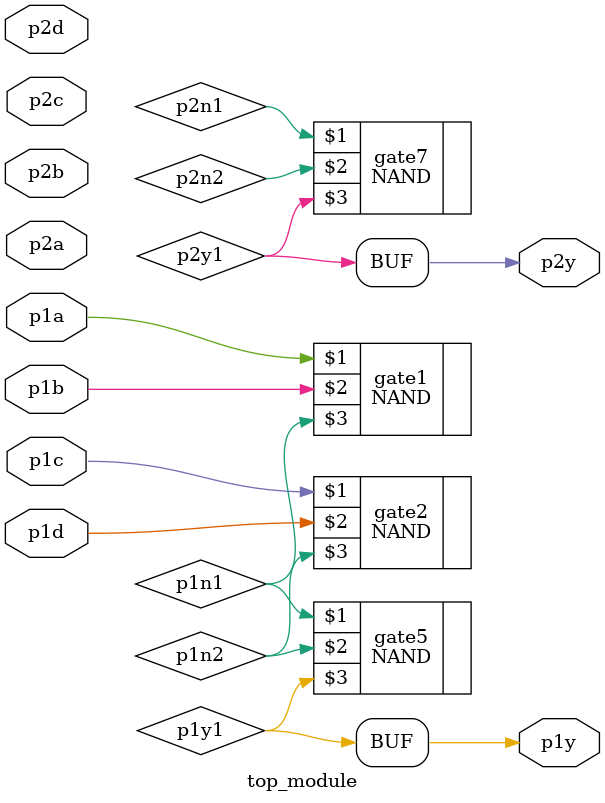
<source format=v>
module top_module (
    input p1a, p1b, p1c, p1d,
    output p1y,
    input p2a, p2b, p2c, p2d,
    output p2y );

    wire p1n1, p1n2, p1n3, p1n4, p2n1, p2n2, p2n3, p2n4;
    wire p1y1, p1y2, p2y1, p2y2;

    NAND gate1 (p1a, p1b, p1n1);
    NAND gate2 (p1c, p1d, p1n2);
    NAND gate3 (p2a, p2b, p2n3);
    NAND gate4 (p2c, p2d, p2n4);
    NAND gate5 (p1n1, p1n2, p1y1);
    NAND gate6 (p1n3, p1n4, p1y2);
    NAND gate7 (p2n1, p2n2, p2y1);
    NAND gate8 (p2n3, p2n4, p2y2);

    assign p1y = p1y1;
    assign p2y = p2y1;

endmodule
</source>
